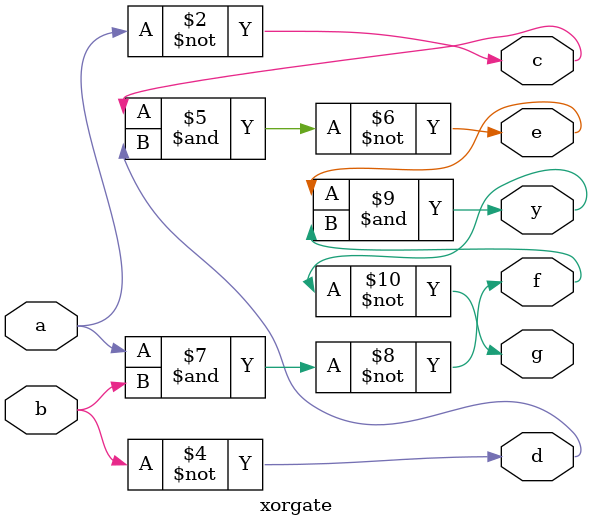
<source format=v>
module xorgate(a,b,c,d,e,f,g,y);
input a,b;
output c,d,e,f,g,y;
nand nand1(c,a,a);
nand nand2(d,b,b);
nand nand3(e,c,d);
nand nand4(f,a,b);
nand nand5(g,e,f);
nand nand6(y,g,g); 
endmodule

</source>
